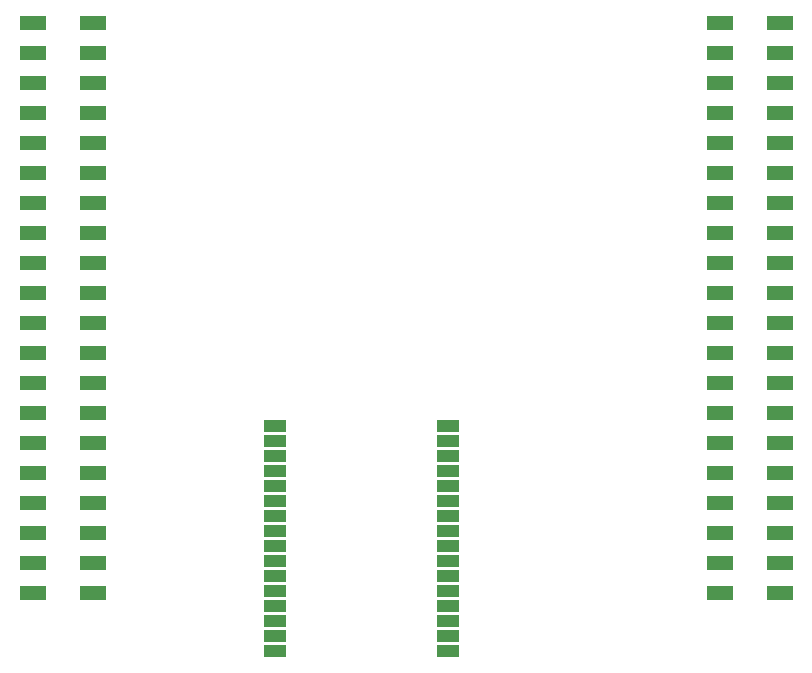
<source format=gbp>
G04*
G04 #@! TF.GenerationSoftware,Altium Limited,Altium Designer,23.11.1 (41)*
G04*
G04 Layer_Color=128*
%FSLAX25Y25*%
%MOIN*%
G70*
G04*
G04 #@! TF.SameCoordinates,7B13C31F-70D5-41CF-BA4D-497FEED21CC8*
G04*
G04*
G04 #@! TF.FilePolarity,Positive*
G04*
G01*
G75*
%ADD77R,0.07480X0.04213*%
%ADD78R,0.09016X0.05000*%
D77*
X210400Y72700D02*
D03*
X152762Y62700D02*
D03*
Y107700D02*
D03*
Y112700D02*
D03*
Y117700D02*
D03*
Y122700D02*
D03*
Y127700D02*
D03*
Y132700D02*
D03*
Y137700D02*
D03*
X210400D02*
D03*
Y132700D02*
D03*
Y127700D02*
D03*
X152762Y67700D02*
D03*
X210400Y122700D02*
D03*
Y117700D02*
D03*
Y112700D02*
D03*
Y107700D02*
D03*
Y102700D02*
D03*
Y97700D02*
D03*
Y92700D02*
D03*
Y87700D02*
D03*
Y82700D02*
D03*
Y77700D02*
D03*
X152762Y72700D02*
D03*
X210400Y67700D02*
D03*
Y62700D02*
D03*
X152762Y77700D02*
D03*
Y82700D02*
D03*
Y87700D02*
D03*
Y92700D02*
D03*
Y97700D02*
D03*
Y102700D02*
D03*
D78*
X72018Y81800D02*
D03*
X91900D02*
D03*
X72018Y271800D02*
D03*
X91900D02*
D03*
X72018Y261800D02*
D03*
X91900D02*
D03*
X72018Y251800D02*
D03*
X91900D02*
D03*
X72018Y241800D02*
D03*
X91900D02*
D03*
X72018Y231800D02*
D03*
X91900D02*
D03*
X72018Y221800D02*
D03*
X91900D02*
D03*
X72018Y211800D02*
D03*
X91900D02*
D03*
X72018Y201800D02*
D03*
X91900D02*
D03*
X72018Y191800D02*
D03*
X91900D02*
D03*
X72018Y181800D02*
D03*
X91900D02*
D03*
X72018Y171800D02*
D03*
X91900D02*
D03*
X72018Y161800D02*
D03*
X91900D02*
D03*
X72018Y151800D02*
D03*
X91900D02*
D03*
X72018Y141800D02*
D03*
X91900D02*
D03*
X72018Y131800D02*
D03*
X91900D02*
D03*
X72018Y121800D02*
D03*
X91900D02*
D03*
X72018Y111800D02*
D03*
X91900D02*
D03*
X72018Y101800D02*
D03*
X91900D02*
D03*
X72018Y91800D02*
D03*
X91900D02*
D03*
X301059Y271800D02*
D03*
X320941D02*
D03*
X301059Y261800D02*
D03*
X320941D02*
D03*
X301059Y251800D02*
D03*
X320941D02*
D03*
X301059Y241800D02*
D03*
X320941D02*
D03*
X301059Y231800D02*
D03*
X320941D02*
D03*
X301059Y221800D02*
D03*
X320941D02*
D03*
X301059Y211800D02*
D03*
X320941D02*
D03*
X301059Y201800D02*
D03*
X320941D02*
D03*
X301059Y191800D02*
D03*
X320941D02*
D03*
X301059Y181800D02*
D03*
X320941D02*
D03*
X301059Y171800D02*
D03*
X320941D02*
D03*
X301059Y161800D02*
D03*
X320941D02*
D03*
X301059Y151800D02*
D03*
X320941D02*
D03*
X301059Y141800D02*
D03*
X320941D02*
D03*
X301059Y131800D02*
D03*
X320941D02*
D03*
X301059Y121800D02*
D03*
X320941D02*
D03*
X301059Y111800D02*
D03*
X320941D02*
D03*
X301059Y101800D02*
D03*
X320941D02*
D03*
X301059Y91800D02*
D03*
X320941D02*
D03*
X301059Y81800D02*
D03*
X320941D02*
D03*
M02*

</source>
